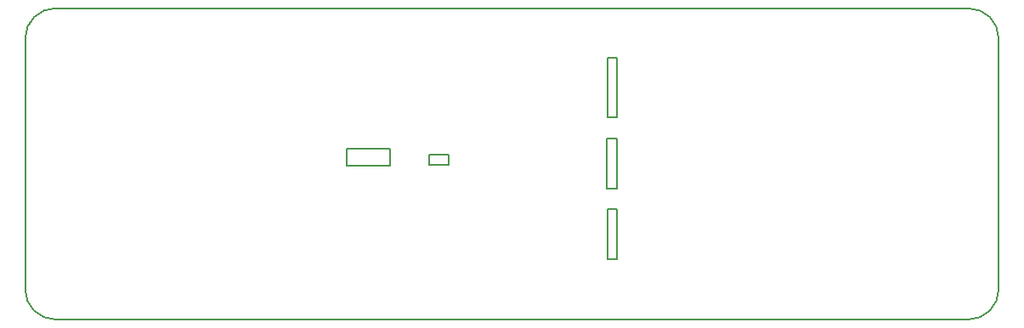
<source format=gbr>
G04 #@! TF.GenerationSoftware,KiCad,Pcbnew,(5.0.1)-3*
G04 #@! TF.CreationDate,2021-03-31T10:43:35+05:45*
G04 #@! TF.ProjectId,Power,506F7765722E6B696361645F70636200,rev?*
G04 #@! TF.SameCoordinates,Original*
G04 #@! TF.FileFunction,Profile,NP*
%FSLAX46Y46*%
G04 Gerber Fmt 4.6, Leading zero omitted, Abs format (unit mm)*
G04 Created by KiCad (PCBNEW (5.0.1)-3) date 3/31/2021 10:43:35 AM*
%MOMM*%
%LPD*%
G01*
G04 APERTURE LIST*
%ADD10C,0.200000*%
%ADD11C,0.150000*%
G04 APERTURE END LIST*
D10*
X185210000Y-55610000D02*
X185210000Y-54610000D01*
X187210000Y-55610000D02*
X185210000Y-55610000D01*
X187210000Y-54610000D02*
X187210000Y-55610000D01*
X185210000Y-54610000D02*
X187210000Y-54610000D01*
X177070000Y-55700000D02*
X177070000Y-53950000D01*
X181320000Y-55700000D02*
X177070000Y-55700000D01*
X181320000Y-53950000D02*
X181320000Y-55700000D01*
X177070000Y-53950000D02*
X181320000Y-53950000D01*
D11*
X239000000Y-40000000D02*
G75*
G02X242000000Y-43000000I0J-3000000D01*
G01*
X242000000Y-68000000D02*
G75*
G02X239000000Y-71000000I-3000000J0D01*
G01*
X148000000Y-71000000D02*
G75*
G02X145000000Y-68000000I0J3000000D01*
G01*
X145000000Y-43000000D02*
G75*
G02X148000000Y-40000000I3000000J0D01*
G01*
X145000000Y-68000000D02*
X145000000Y-43000000D01*
X239000000Y-71000000D02*
X148000000Y-71000000D01*
X242000000Y-43000000D02*
X242000000Y-68000000D01*
X148000000Y-40000000D02*
X239000000Y-40000000D01*
X203000000Y-65000000D02*
X203000000Y-60000000D01*
X204000000Y-65000000D02*
X203000000Y-65000000D01*
X204000000Y-60000000D02*
X204000000Y-65000000D01*
X203000000Y-60000000D02*
X204000000Y-60000000D01*
X202980000Y-57970000D02*
X202980000Y-52970000D01*
X203980000Y-57970000D02*
X202980000Y-57970000D01*
X203980000Y-52970000D02*
X203980000Y-57970000D01*
X202980000Y-52970000D02*
X203980000Y-52970000D01*
X202990000Y-50890000D02*
X202990000Y-44890000D01*
X203990000Y-50890000D02*
X202990000Y-50890000D01*
X203990000Y-44890000D02*
X203990000Y-50890000D01*
X202990000Y-44890000D02*
X203990000Y-44890000D01*
M02*

</source>
